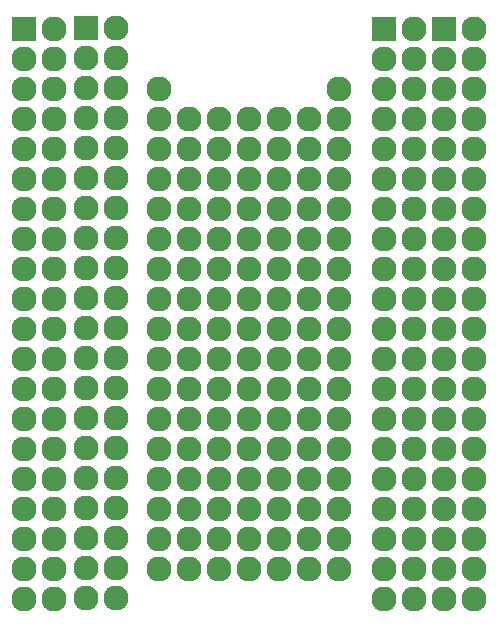
<source format=gbs>
G04 #@! TF.FileFunction,Soldermask,Bot*
%FSLAX46Y46*%
G04 Gerber Fmt 4.6, Leading zero omitted, Abs format (unit mm)*
G04 Created by KiCad (PCBNEW 4.0.1-3.201512221402+6198~38~ubuntu14.04.1-stable) date Fri 13 May 2016 10:50:05 PM PDT*
%MOMM*%
G01*
G04 APERTURE LIST*
%ADD10C,0.100000*%
%ADD11C,2.127200*%
%ADD12R,2.127200X2.127200*%
%ADD13O,2.127200X2.127200*%
G04 APERTURE END LIST*
D10*
D11*
X144018000Y-81280000D03*
X144018000Y-78740000D03*
X144018000Y-83820000D03*
X144018000Y-91440000D03*
X144018000Y-93980000D03*
X144018000Y-99060000D03*
X144018000Y-96520000D03*
X144018000Y-86360000D03*
X144018000Y-88900000D03*
X144018000Y-111760000D03*
X144018000Y-109220000D03*
X144018000Y-101600000D03*
X144018000Y-104140000D03*
X144018000Y-114300000D03*
X144018000Y-116840000D03*
X144018000Y-106680000D03*
X141478000Y-116840000D03*
X141478000Y-114300000D03*
X146558000Y-116840000D03*
X146558000Y-114300000D03*
X151638000Y-116840000D03*
X149098000Y-116840000D03*
X138938000Y-116840000D03*
X136398000Y-116840000D03*
X151638000Y-114300000D03*
X149098000Y-114300000D03*
X138938000Y-114300000D03*
X136398000Y-114300000D03*
X151638000Y-111760000D03*
X149098000Y-111760000D03*
X146558000Y-111760000D03*
X141478000Y-111760000D03*
X138938000Y-111760000D03*
X136398000Y-111760000D03*
X151638000Y-109220000D03*
X149098000Y-109220000D03*
X146558000Y-109220000D03*
X141478000Y-109220000D03*
X138938000Y-109220000D03*
X136398000Y-109220000D03*
X151638000Y-106680000D03*
X149098000Y-106680000D03*
X146558000Y-106680000D03*
X141478000Y-106680000D03*
X138938000Y-106680000D03*
X136398000Y-106680000D03*
X151638000Y-104140000D03*
X149098000Y-104140000D03*
X146558000Y-104140000D03*
X141478000Y-104140000D03*
X138938000Y-104140000D03*
X136398000Y-104140000D03*
X151638000Y-101600000D03*
X149098000Y-101600000D03*
X146558000Y-101600000D03*
X141478000Y-101600000D03*
X138938000Y-101600000D03*
X136398000Y-101600000D03*
X151638000Y-99060000D03*
X149098000Y-99060000D03*
X146558000Y-99060000D03*
X141478000Y-99060000D03*
X138938000Y-99060000D03*
X136398000Y-99060000D03*
X151638000Y-96520000D03*
X149098000Y-96520000D03*
X146558000Y-96520000D03*
X141478000Y-96520000D03*
X138938000Y-96520000D03*
X136398000Y-96520000D03*
X151638000Y-93980000D03*
X149098000Y-93980000D03*
X146558000Y-93980000D03*
X141478000Y-93980000D03*
X138938000Y-93980000D03*
X136398000Y-93980000D03*
X151638000Y-91440000D03*
X149098000Y-91440000D03*
X146558000Y-91440000D03*
X141478000Y-91440000D03*
X138938000Y-91440000D03*
X136398000Y-91440000D03*
X151638000Y-88900000D03*
X149098000Y-88900000D03*
X146558000Y-88900000D03*
X141478000Y-88900000D03*
X138938000Y-88900000D03*
X136398000Y-88900000D03*
X151638000Y-86360000D03*
X149098000Y-86360000D03*
X146558000Y-86360000D03*
X141478000Y-86360000D03*
X138938000Y-86360000D03*
X136398000Y-86360000D03*
X151638000Y-83820000D03*
X149098000Y-83820000D03*
X146558000Y-83820000D03*
X141478000Y-83820000D03*
X138938000Y-83820000D03*
X136398000Y-83820000D03*
X151638000Y-81280000D03*
X149098000Y-81280000D03*
X146558000Y-81280000D03*
X141478000Y-81280000D03*
X138938000Y-81280000D03*
X136398000Y-81280000D03*
X151638000Y-78740000D03*
X149098000Y-78740000D03*
X146558000Y-78740000D03*
X141478000Y-78740000D03*
X138938000Y-78740000D03*
X136398000Y-78740000D03*
X151638000Y-76200000D03*
X136398000Y-76200000D03*
D12*
X124968000Y-71120000D03*
D13*
X127508000Y-71120000D03*
X124968000Y-73660000D03*
X127508000Y-73660000D03*
X124968000Y-76200000D03*
X127508000Y-76200000D03*
X124968000Y-78740000D03*
X127508000Y-78740000D03*
X124968000Y-81280000D03*
X127508000Y-81280000D03*
X124968000Y-83820000D03*
X127508000Y-83820000D03*
X124968000Y-86360000D03*
X127508000Y-86360000D03*
X124968000Y-88900000D03*
X127508000Y-88900000D03*
X124968000Y-91440000D03*
X127508000Y-91440000D03*
X124968000Y-93980000D03*
X127508000Y-93980000D03*
X124968000Y-96520000D03*
X127508000Y-96520000D03*
X124968000Y-99060000D03*
X127508000Y-99060000D03*
X124968000Y-101600000D03*
X127508000Y-101600000D03*
X124968000Y-104140000D03*
X127508000Y-104140000D03*
X124968000Y-106680000D03*
X127508000Y-106680000D03*
X124968000Y-109220000D03*
X127508000Y-109220000D03*
X124968000Y-111760000D03*
X127508000Y-111760000D03*
X124968000Y-114300000D03*
X127508000Y-114300000D03*
X124968000Y-116840000D03*
X127508000Y-116840000D03*
X124968000Y-119380000D03*
X127508000Y-119380000D03*
D12*
X160528000Y-71120000D03*
D13*
X163068000Y-71120000D03*
X160528000Y-73660000D03*
X163068000Y-73660000D03*
X160528000Y-76200000D03*
X163068000Y-76200000D03*
X160528000Y-78740000D03*
X163068000Y-78740000D03*
X160528000Y-81280000D03*
X163068000Y-81280000D03*
X160528000Y-83820000D03*
X163068000Y-83820000D03*
X160528000Y-86360000D03*
X163068000Y-86360000D03*
X160528000Y-88900000D03*
X163068000Y-88900000D03*
X160528000Y-91440000D03*
X163068000Y-91440000D03*
X160528000Y-93980000D03*
X163068000Y-93980000D03*
X160528000Y-96520000D03*
X163068000Y-96520000D03*
X160528000Y-99060000D03*
X163068000Y-99060000D03*
X160528000Y-101600000D03*
X163068000Y-101600000D03*
X160528000Y-104140000D03*
X163068000Y-104140000D03*
X160528000Y-106680000D03*
X163068000Y-106680000D03*
X160528000Y-109220000D03*
X163068000Y-109220000D03*
X160528000Y-111760000D03*
X163068000Y-111760000D03*
X160528000Y-114300000D03*
X163068000Y-114300000D03*
X160528000Y-116840000D03*
X163068000Y-116840000D03*
X160528000Y-119380000D03*
X163068000Y-119380000D03*
D12*
X155448000Y-71120000D03*
D11*
X155448000Y-73660000D03*
X155448000Y-76200000D03*
X155448000Y-78740000D03*
X155448000Y-81280000D03*
X155448000Y-83820000D03*
X155448000Y-86360000D03*
X155448000Y-88900000D03*
X155448000Y-91440000D03*
X155448000Y-93980000D03*
X155448000Y-96520000D03*
X155448000Y-99060000D03*
X155448000Y-101600000D03*
X155448000Y-104140000D03*
X155448000Y-106680000D03*
X155448000Y-109220000D03*
X155448000Y-111760000D03*
X155448000Y-114300000D03*
X155448000Y-116840000D03*
X155448000Y-119380000D03*
X157988000Y-71120000D03*
X157988000Y-73660000D03*
X157988000Y-76200000D03*
X157988000Y-78740000D03*
X157988000Y-81280000D03*
X157988000Y-83820000D03*
X157988000Y-86360000D03*
X157988000Y-88900000D03*
X157988000Y-91440000D03*
X157988000Y-93980000D03*
X157988000Y-96520000D03*
X157988000Y-99060000D03*
X157988000Y-101600000D03*
X157988000Y-104140000D03*
X157988000Y-106680000D03*
X157988000Y-109220000D03*
X157988000Y-111760000D03*
X157988000Y-114300000D03*
X157988000Y-116840000D03*
X157988000Y-119380000D03*
X132715000Y-71035001D03*
X132715000Y-73575001D03*
X132715000Y-76115001D03*
X132715000Y-78655001D03*
X132715000Y-81195001D03*
X132715000Y-83735001D03*
X132715000Y-86275001D03*
X132715000Y-88815001D03*
X132715000Y-91355001D03*
X132715000Y-93895001D03*
X132715000Y-96435001D03*
X132715000Y-98975001D03*
X132715000Y-101515001D03*
X132715000Y-104055001D03*
X132715000Y-106595001D03*
X132715000Y-109135001D03*
X132715000Y-111675001D03*
X132715000Y-114215001D03*
X132715000Y-116755001D03*
X132715000Y-119295001D03*
D12*
X130175000Y-71035001D03*
D11*
X130175000Y-73575001D03*
X130175000Y-76115001D03*
X130175000Y-78655001D03*
X130175000Y-81195001D03*
X130175000Y-83735001D03*
X130175000Y-86275001D03*
X130175000Y-88815001D03*
X130175000Y-91355001D03*
X130175000Y-93895001D03*
X130175000Y-96435001D03*
X130175000Y-98975001D03*
X130175000Y-101515001D03*
X130175000Y-104055001D03*
X130175000Y-106595001D03*
X130175000Y-109135001D03*
X130175000Y-111675001D03*
X130175000Y-114215001D03*
X130175000Y-116755001D03*
X130175000Y-119295001D03*
M02*

</source>
